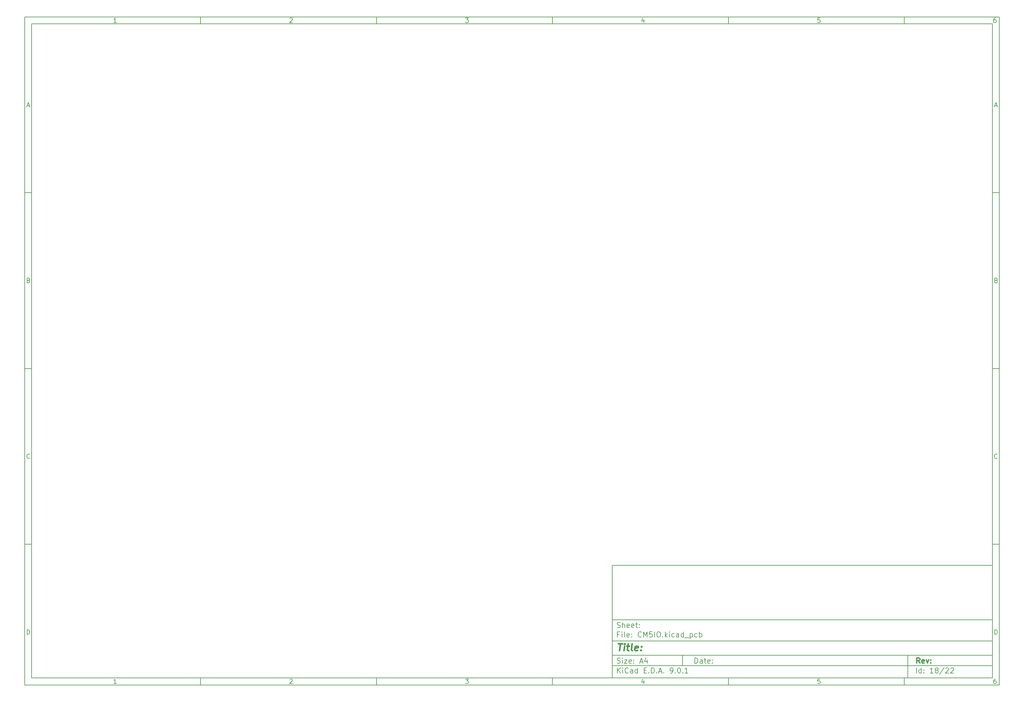
<source format=gbr>
G04 #@! TF.GenerationSoftware,KiCad,Pcbnew,9.0.1*
G04 #@! TF.CreationDate,2025-04-26T19:09:58-05:00*
G04 #@! TF.ProjectId,CM5IO,434d3549-4f2e-46b6-9963-61645f706362,rev?*
G04 #@! TF.SameCoordinates,Original*
G04 #@! TF.FileFunction,Other,User*
%FSLAX46Y46*%
G04 Gerber Fmt 4.6, Leading zero omitted, Abs format (unit mm)*
G04 Created by KiCad (PCBNEW 9.0.1) date 2025-04-26 19:09:58*
%MOMM*%
%LPD*%
G01*
G04 APERTURE LIST*
%ADD10C,0.100000*%
%ADD11C,0.150000*%
%ADD12C,0.300000*%
%ADD13C,0.400000*%
G04 APERTURE END LIST*
D10*
D11*
X177002200Y-166007200D02*
X285002200Y-166007200D01*
X285002200Y-198007200D01*
X177002200Y-198007200D01*
X177002200Y-166007200D01*
D10*
D11*
X10000000Y-10000000D02*
X287002200Y-10000000D01*
X287002200Y-200007200D01*
X10000000Y-200007200D01*
X10000000Y-10000000D01*
D10*
D11*
X12000000Y-12000000D02*
X285002200Y-12000000D01*
X285002200Y-198007200D01*
X12000000Y-198007200D01*
X12000000Y-12000000D01*
D10*
D11*
X60000000Y-12000000D02*
X60000000Y-10000000D01*
D10*
D11*
X110000000Y-12000000D02*
X110000000Y-10000000D01*
D10*
D11*
X160000000Y-12000000D02*
X160000000Y-10000000D01*
D10*
D11*
X210000000Y-12000000D02*
X210000000Y-10000000D01*
D10*
D11*
X260000000Y-12000000D02*
X260000000Y-10000000D01*
D10*
D11*
X36089160Y-11593604D02*
X35346303Y-11593604D01*
X35717731Y-11593604D02*
X35717731Y-10293604D01*
X35717731Y-10293604D02*
X35593922Y-10479319D01*
X35593922Y-10479319D02*
X35470112Y-10603128D01*
X35470112Y-10603128D02*
X35346303Y-10665033D01*
D10*
D11*
X85346303Y-10417414D02*
X85408207Y-10355509D01*
X85408207Y-10355509D02*
X85532017Y-10293604D01*
X85532017Y-10293604D02*
X85841541Y-10293604D01*
X85841541Y-10293604D02*
X85965350Y-10355509D01*
X85965350Y-10355509D02*
X86027255Y-10417414D01*
X86027255Y-10417414D02*
X86089160Y-10541223D01*
X86089160Y-10541223D02*
X86089160Y-10665033D01*
X86089160Y-10665033D02*
X86027255Y-10850747D01*
X86027255Y-10850747D02*
X85284398Y-11593604D01*
X85284398Y-11593604D02*
X86089160Y-11593604D01*
D10*
D11*
X135284398Y-10293604D02*
X136089160Y-10293604D01*
X136089160Y-10293604D02*
X135655826Y-10788842D01*
X135655826Y-10788842D02*
X135841541Y-10788842D01*
X135841541Y-10788842D02*
X135965350Y-10850747D01*
X135965350Y-10850747D02*
X136027255Y-10912652D01*
X136027255Y-10912652D02*
X136089160Y-11036461D01*
X136089160Y-11036461D02*
X136089160Y-11345985D01*
X136089160Y-11345985D02*
X136027255Y-11469795D01*
X136027255Y-11469795D02*
X135965350Y-11531700D01*
X135965350Y-11531700D02*
X135841541Y-11593604D01*
X135841541Y-11593604D02*
X135470112Y-11593604D01*
X135470112Y-11593604D02*
X135346303Y-11531700D01*
X135346303Y-11531700D02*
X135284398Y-11469795D01*
D10*
D11*
X185965350Y-10726938D02*
X185965350Y-11593604D01*
X185655826Y-10231700D02*
X185346303Y-11160271D01*
X185346303Y-11160271D02*
X186151064Y-11160271D01*
D10*
D11*
X236027255Y-10293604D02*
X235408207Y-10293604D01*
X235408207Y-10293604D02*
X235346303Y-10912652D01*
X235346303Y-10912652D02*
X235408207Y-10850747D01*
X235408207Y-10850747D02*
X235532017Y-10788842D01*
X235532017Y-10788842D02*
X235841541Y-10788842D01*
X235841541Y-10788842D02*
X235965350Y-10850747D01*
X235965350Y-10850747D02*
X236027255Y-10912652D01*
X236027255Y-10912652D02*
X236089160Y-11036461D01*
X236089160Y-11036461D02*
X236089160Y-11345985D01*
X236089160Y-11345985D02*
X236027255Y-11469795D01*
X236027255Y-11469795D02*
X235965350Y-11531700D01*
X235965350Y-11531700D02*
X235841541Y-11593604D01*
X235841541Y-11593604D02*
X235532017Y-11593604D01*
X235532017Y-11593604D02*
X235408207Y-11531700D01*
X235408207Y-11531700D02*
X235346303Y-11469795D01*
D10*
D11*
X285965350Y-10293604D02*
X285717731Y-10293604D01*
X285717731Y-10293604D02*
X285593922Y-10355509D01*
X285593922Y-10355509D02*
X285532017Y-10417414D01*
X285532017Y-10417414D02*
X285408207Y-10603128D01*
X285408207Y-10603128D02*
X285346303Y-10850747D01*
X285346303Y-10850747D02*
X285346303Y-11345985D01*
X285346303Y-11345985D02*
X285408207Y-11469795D01*
X285408207Y-11469795D02*
X285470112Y-11531700D01*
X285470112Y-11531700D02*
X285593922Y-11593604D01*
X285593922Y-11593604D02*
X285841541Y-11593604D01*
X285841541Y-11593604D02*
X285965350Y-11531700D01*
X285965350Y-11531700D02*
X286027255Y-11469795D01*
X286027255Y-11469795D02*
X286089160Y-11345985D01*
X286089160Y-11345985D02*
X286089160Y-11036461D01*
X286089160Y-11036461D02*
X286027255Y-10912652D01*
X286027255Y-10912652D02*
X285965350Y-10850747D01*
X285965350Y-10850747D02*
X285841541Y-10788842D01*
X285841541Y-10788842D02*
X285593922Y-10788842D01*
X285593922Y-10788842D02*
X285470112Y-10850747D01*
X285470112Y-10850747D02*
X285408207Y-10912652D01*
X285408207Y-10912652D02*
X285346303Y-11036461D01*
D10*
D11*
X60000000Y-198007200D02*
X60000000Y-200007200D01*
D10*
D11*
X110000000Y-198007200D02*
X110000000Y-200007200D01*
D10*
D11*
X160000000Y-198007200D02*
X160000000Y-200007200D01*
D10*
D11*
X210000000Y-198007200D02*
X210000000Y-200007200D01*
D10*
D11*
X260000000Y-198007200D02*
X260000000Y-200007200D01*
D10*
D11*
X36089160Y-199600804D02*
X35346303Y-199600804D01*
X35717731Y-199600804D02*
X35717731Y-198300804D01*
X35717731Y-198300804D02*
X35593922Y-198486519D01*
X35593922Y-198486519D02*
X35470112Y-198610328D01*
X35470112Y-198610328D02*
X35346303Y-198672233D01*
D10*
D11*
X85346303Y-198424614D02*
X85408207Y-198362709D01*
X85408207Y-198362709D02*
X85532017Y-198300804D01*
X85532017Y-198300804D02*
X85841541Y-198300804D01*
X85841541Y-198300804D02*
X85965350Y-198362709D01*
X85965350Y-198362709D02*
X86027255Y-198424614D01*
X86027255Y-198424614D02*
X86089160Y-198548423D01*
X86089160Y-198548423D02*
X86089160Y-198672233D01*
X86089160Y-198672233D02*
X86027255Y-198857947D01*
X86027255Y-198857947D02*
X85284398Y-199600804D01*
X85284398Y-199600804D02*
X86089160Y-199600804D01*
D10*
D11*
X135284398Y-198300804D02*
X136089160Y-198300804D01*
X136089160Y-198300804D02*
X135655826Y-198796042D01*
X135655826Y-198796042D02*
X135841541Y-198796042D01*
X135841541Y-198796042D02*
X135965350Y-198857947D01*
X135965350Y-198857947D02*
X136027255Y-198919852D01*
X136027255Y-198919852D02*
X136089160Y-199043661D01*
X136089160Y-199043661D02*
X136089160Y-199353185D01*
X136089160Y-199353185D02*
X136027255Y-199476995D01*
X136027255Y-199476995D02*
X135965350Y-199538900D01*
X135965350Y-199538900D02*
X135841541Y-199600804D01*
X135841541Y-199600804D02*
X135470112Y-199600804D01*
X135470112Y-199600804D02*
X135346303Y-199538900D01*
X135346303Y-199538900D02*
X135284398Y-199476995D01*
D10*
D11*
X185965350Y-198734138D02*
X185965350Y-199600804D01*
X185655826Y-198238900D02*
X185346303Y-199167471D01*
X185346303Y-199167471D02*
X186151064Y-199167471D01*
D10*
D11*
X236027255Y-198300804D02*
X235408207Y-198300804D01*
X235408207Y-198300804D02*
X235346303Y-198919852D01*
X235346303Y-198919852D02*
X235408207Y-198857947D01*
X235408207Y-198857947D02*
X235532017Y-198796042D01*
X235532017Y-198796042D02*
X235841541Y-198796042D01*
X235841541Y-198796042D02*
X235965350Y-198857947D01*
X235965350Y-198857947D02*
X236027255Y-198919852D01*
X236027255Y-198919852D02*
X236089160Y-199043661D01*
X236089160Y-199043661D02*
X236089160Y-199353185D01*
X236089160Y-199353185D02*
X236027255Y-199476995D01*
X236027255Y-199476995D02*
X235965350Y-199538900D01*
X235965350Y-199538900D02*
X235841541Y-199600804D01*
X235841541Y-199600804D02*
X235532017Y-199600804D01*
X235532017Y-199600804D02*
X235408207Y-199538900D01*
X235408207Y-199538900D02*
X235346303Y-199476995D01*
D10*
D11*
X285965350Y-198300804D02*
X285717731Y-198300804D01*
X285717731Y-198300804D02*
X285593922Y-198362709D01*
X285593922Y-198362709D02*
X285532017Y-198424614D01*
X285532017Y-198424614D02*
X285408207Y-198610328D01*
X285408207Y-198610328D02*
X285346303Y-198857947D01*
X285346303Y-198857947D02*
X285346303Y-199353185D01*
X285346303Y-199353185D02*
X285408207Y-199476995D01*
X285408207Y-199476995D02*
X285470112Y-199538900D01*
X285470112Y-199538900D02*
X285593922Y-199600804D01*
X285593922Y-199600804D02*
X285841541Y-199600804D01*
X285841541Y-199600804D02*
X285965350Y-199538900D01*
X285965350Y-199538900D02*
X286027255Y-199476995D01*
X286027255Y-199476995D02*
X286089160Y-199353185D01*
X286089160Y-199353185D02*
X286089160Y-199043661D01*
X286089160Y-199043661D02*
X286027255Y-198919852D01*
X286027255Y-198919852D02*
X285965350Y-198857947D01*
X285965350Y-198857947D02*
X285841541Y-198796042D01*
X285841541Y-198796042D02*
X285593922Y-198796042D01*
X285593922Y-198796042D02*
X285470112Y-198857947D01*
X285470112Y-198857947D02*
X285408207Y-198919852D01*
X285408207Y-198919852D02*
X285346303Y-199043661D01*
D10*
D11*
X10000000Y-60000000D02*
X12000000Y-60000000D01*
D10*
D11*
X10000000Y-110000000D02*
X12000000Y-110000000D01*
D10*
D11*
X10000000Y-160000000D02*
X12000000Y-160000000D01*
D10*
D11*
X10690476Y-35222176D02*
X11309523Y-35222176D01*
X10566666Y-35593604D02*
X10999999Y-34293604D01*
X10999999Y-34293604D02*
X11433333Y-35593604D01*
D10*
D11*
X11092857Y-84912652D02*
X11278571Y-84974557D01*
X11278571Y-84974557D02*
X11340476Y-85036461D01*
X11340476Y-85036461D02*
X11402380Y-85160271D01*
X11402380Y-85160271D02*
X11402380Y-85345985D01*
X11402380Y-85345985D02*
X11340476Y-85469795D01*
X11340476Y-85469795D02*
X11278571Y-85531700D01*
X11278571Y-85531700D02*
X11154761Y-85593604D01*
X11154761Y-85593604D02*
X10659523Y-85593604D01*
X10659523Y-85593604D02*
X10659523Y-84293604D01*
X10659523Y-84293604D02*
X11092857Y-84293604D01*
X11092857Y-84293604D02*
X11216666Y-84355509D01*
X11216666Y-84355509D02*
X11278571Y-84417414D01*
X11278571Y-84417414D02*
X11340476Y-84541223D01*
X11340476Y-84541223D02*
X11340476Y-84665033D01*
X11340476Y-84665033D02*
X11278571Y-84788842D01*
X11278571Y-84788842D02*
X11216666Y-84850747D01*
X11216666Y-84850747D02*
X11092857Y-84912652D01*
X11092857Y-84912652D02*
X10659523Y-84912652D01*
D10*
D11*
X11402380Y-135469795D02*
X11340476Y-135531700D01*
X11340476Y-135531700D02*
X11154761Y-135593604D01*
X11154761Y-135593604D02*
X11030952Y-135593604D01*
X11030952Y-135593604D02*
X10845238Y-135531700D01*
X10845238Y-135531700D02*
X10721428Y-135407890D01*
X10721428Y-135407890D02*
X10659523Y-135284080D01*
X10659523Y-135284080D02*
X10597619Y-135036461D01*
X10597619Y-135036461D02*
X10597619Y-134850747D01*
X10597619Y-134850747D02*
X10659523Y-134603128D01*
X10659523Y-134603128D02*
X10721428Y-134479319D01*
X10721428Y-134479319D02*
X10845238Y-134355509D01*
X10845238Y-134355509D02*
X11030952Y-134293604D01*
X11030952Y-134293604D02*
X11154761Y-134293604D01*
X11154761Y-134293604D02*
X11340476Y-134355509D01*
X11340476Y-134355509D02*
X11402380Y-134417414D01*
D10*
D11*
X10659523Y-185593604D02*
X10659523Y-184293604D01*
X10659523Y-184293604D02*
X10969047Y-184293604D01*
X10969047Y-184293604D02*
X11154761Y-184355509D01*
X11154761Y-184355509D02*
X11278571Y-184479319D01*
X11278571Y-184479319D02*
X11340476Y-184603128D01*
X11340476Y-184603128D02*
X11402380Y-184850747D01*
X11402380Y-184850747D02*
X11402380Y-185036461D01*
X11402380Y-185036461D02*
X11340476Y-185284080D01*
X11340476Y-185284080D02*
X11278571Y-185407890D01*
X11278571Y-185407890D02*
X11154761Y-185531700D01*
X11154761Y-185531700D02*
X10969047Y-185593604D01*
X10969047Y-185593604D02*
X10659523Y-185593604D01*
D10*
D11*
X287002200Y-60000000D02*
X285002200Y-60000000D01*
D10*
D11*
X287002200Y-110000000D02*
X285002200Y-110000000D01*
D10*
D11*
X287002200Y-160000000D02*
X285002200Y-160000000D01*
D10*
D11*
X285692676Y-35222176D02*
X286311723Y-35222176D01*
X285568866Y-35593604D02*
X286002199Y-34293604D01*
X286002199Y-34293604D02*
X286435533Y-35593604D01*
D10*
D11*
X286095057Y-84912652D02*
X286280771Y-84974557D01*
X286280771Y-84974557D02*
X286342676Y-85036461D01*
X286342676Y-85036461D02*
X286404580Y-85160271D01*
X286404580Y-85160271D02*
X286404580Y-85345985D01*
X286404580Y-85345985D02*
X286342676Y-85469795D01*
X286342676Y-85469795D02*
X286280771Y-85531700D01*
X286280771Y-85531700D02*
X286156961Y-85593604D01*
X286156961Y-85593604D02*
X285661723Y-85593604D01*
X285661723Y-85593604D02*
X285661723Y-84293604D01*
X285661723Y-84293604D02*
X286095057Y-84293604D01*
X286095057Y-84293604D02*
X286218866Y-84355509D01*
X286218866Y-84355509D02*
X286280771Y-84417414D01*
X286280771Y-84417414D02*
X286342676Y-84541223D01*
X286342676Y-84541223D02*
X286342676Y-84665033D01*
X286342676Y-84665033D02*
X286280771Y-84788842D01*
X286280771Y-84788842D02*
X286218866Y-84850747D01*
X286218866Y-84850747D02*
X286095057Y-84912652D01*
X286095057Y-84912652D02*
X285661723Y-84912652D01*
D10*
D11*
X286404580Y-135469795D02*
X286342676Y-135531700D01*
X286342676Y-135531700D02*
X286156961Y-135593604D01*
X286156961Y-135593604D02*
X286033152Y-135593604D01*
X286033152Y-135593604D02*
X285847438Y-135531700D01*
X285847438Y-135531700D02*
X285723628Y-135407890D01*
X285723628Y-135407890D02*
X285661723Y-135284080D01*
X285661723Y-135284080D02*
X285599819Y-135036461D01*
X285599819Y-135036461D02*
X285599819Y-134850747D01*
X285599819Y-134850747D02*
X285661723Y-134603128D01*
X285661723Y-134603128D02*
X285723628Y-134479319D01*
X285723628Y-134479319D02*
X285847438Y-134355509D01*
X285847438Y-134355509D02*
X286033152Y-134293604D01*
X286033152Y-134293604D02*
X286156961Y-134293604D01*
X286156961Y-134293604D02*
X286342676Y-134355509D01*
X286342676Y-134355509D02*
X286404580Y-134417414D01*
D10*
D11*
X285661723Y-185593604D02*
X285661723Y-184293604D01*
X285661723Y-184293604D02*
X285971247Y-184293604D01*
X285971247Y-184293604D02*
X286156961Y-184355509D01*
X286156961Y-184355509D02*
X286280771Y-184479319D01*
X286280771Y-184479319D02*
X286342676Y-184603128D01*
X286342676Y-184603128D02*
X286404580Y-184850747D01*
X286404580Y-184850747D02*
X286404580Y-185036461D01*
X286404580Y-185036461D02*
X286342676Y-185284080D01*
X286342676Y-185284080D02*
X286280771Y-185407890D01*
X286280771Y-185407890D02*
X286156961Y-185531700D01*
X286156961Y-185531700D02*
X285971247Y-185593604D01*
X285971247Y-185593604D02*
X285661723Y-185593604D01*
D10*
D11*
X200458026Y-193793328D02*
X200458026Y-192293328D01*
X200458026Y-192293328D02*
X200815169Y-192293328D01*
X200815169Y-192293328D02*
X201029455Y-192364757D01*
X201029455Y-192364757D02*
X201172312Y-192507614D01*
X201172312Y-192507614D02*
X201243741Y-192650471D01*
X201243741Y-192650471D02*
X201315169Y-192936185D01*
X201315169Y-192936185D02*
X201315169Y-193150471D01*
X201315169Y-193150471D02*
X201243741Y-193436185D01*
X201243741Y-193436185D02*
X201172312Y-193579042D01*
X201172312Y-193579042D02*
X201029455Y-193721900D01*
X201029455Y-193721900D02*
X200815169Y-193793328D01*
X200815169Y-193793328D02*
X200458026Y-193793328D01*
X202600884Y-193793328D02*
X202600884Y-193007614D01*
X202600884Y-193007614D02*
X202529455Y-192864757D01*
X202529455Y-192864757D02*
X202386598Y-192793328D01*
X202386598Y-192793328D02*
X202100884Y-192793328D01*
X202100884Y-192793328D02*
X201958026Y-192864757D01*
X202600884Y-193721900D02*
X202458026Y-193793328D01*
X202458026Y-193793328D02*
X202100884Y-193793328D01*
X202100884Y-193793328D02*
X201958026Y-193721900D01*
X201958026Y-193721900D02*
X201886598Y-193579042D01*
X201886598Y-193579042D02*
X201886598Y-193436185D01*
X201886598Y-193436185D02*
X201958026Y-193293328D01*
X201958026Y-193293328D02*
X202100884Y-193221900D01*
X202100884Y-193221900D02*
X202458026Y-193221900D01*
X202458026Y-193221900D02*
X202600884Y-193150471D01*
X203100884Y-192793328D02*
X203672312Y-192793328D01*
X203315169Y-192293328D02*
X203315169Y-193579042D01*
X203315169Y-193579042D02*
X203386598Y-193721900D01*
X203386598Y-193721900D02*
X203529455Y-193793328D01*
X203529455Y-193793328D02*
X203672312Y-193793328D01*
X204743741Y-193721900D02*
X204600884Y-193793328D01*
X204600884Y-193793328D02*
X204315170Y-193793328D01*
X204315170Y-193793328D02*
X204172312Y-193721900D01*
X204172312Y-193721900D02*
X204100884Y-193579042D01*
X204100884Y-193579042D02*
X204100884Y-193007614D01*
X204100884Y-193007614D02*
X204172312Y-192864757D01*
X204172312Y-192864757D02*
X204315170Y-192793328D01*
X204315170Y-192793328D02*
X204600884Y-192793328D01*
X204600884Y-192793328D02*
X204743741Y-192864757D01*
X204743741Y-192864757D02*
X204815170Y-193007614D01*
X204815170Y-193007614D02*
X204815170Y-193150471D01*
X204815170Y-193150471D02*
X204100884Y-193293328D01*
X205458026Y-193650471D02*
X205529455Y-193721900D01*
X205529455Y-193721900D02*
X205458026Y-193793328D01*
X205458026Y-193793328D02*
X205386598Y-193721900D01*
X205386598Y-193721900D02*
X205458026Y-193650471D01*
X205458026Y-193650471D02*
X205458026Y-193793328D01*
X205458026Y-192864757D02*
X205529455Y-192936185D01*
X205529455Y-192936185D02*
X205458026Y-193007614D01*
X205458026Y-193007614D02*
X205386598Y-192936185D01*
X205386598Y-192936185D02*
X205458026Y-192864757D01*
X205458026Y-192864757D02*
X205458026Y-193007614D01*
D10*
D11*
X177002200Y-194507200D02*
X285002200Y-194507200D01*
D10*
D11*
X178458026Y-196593328D02*
X178458026Y-195093328D01*
X179315169Y-196593328D02*
X178672312Y-195736185D01*
X179315169Y-195093328D02*
X178458026Y-195950471D01*
X179958026Y-196593328D02*
X179958026Y-195593328D01*
X179958026Y-195093328D02*
X179886598Y-195164757D01*
X179886598Y-195164757D02*
X179958026Y-195236185D01*
X179958026Y-195236185D02*
X180029455Y-195164757D01*
X180029455Y-195164757D02*
X179958026Y-195093328D01*
X179958026Y-195093328D02*
X179958026Y-195236185D01*
X181529455Y-196450471D02*
X181458027Y-196521900D01*
X181458027Y-196521900D02*
X181243741Y-196593328D01*
X181243741Y-196593328D02*
X181100884Y-196593328D01*
X181100884Y-196593328D02*
X180886598Y-196521900D01*
X180886598Y-196521900D02*
X180743741Y-196379042D01*
X180743741Y-196379042D02*
X180672312Y-196236185D01*
X180672312Y-196236185D02*
X180600884Y-195950471D01*
X180600884Y-195950471D02*
X180600884Y-195736185D01*
X180600884Y-195736185D02*
X180672312Y-195450471D01*
X180672312Y-195450471D02*
X180743741Y-195307614D01*
X180743741Y-195307614D02*
X180886598Y-195164757D01*
X180886598Y-195164757D02*
X181100884Y-195093328D01*
X181100884Y-195093328D02*
X181243741Y-195093328D01*
X181243741Y-195093328D02*
X181458027Y-195164757D01*
X181458027Y-195164757D02*
X181529455Y-195236185D01*
X182815170Y-196593328D02*
X182815170Y-195807614D01*
X182815170Y-195807614D02*
X182743741Y-195664757D01*
X182743741Y-195664757D02*
X182600884Y-195593328D01*
X182600884Y-195593328D02*
X182315170Y-195593328D01*
X182315170Y-195593328D02*
X182172312Y-195664757D01*
X182815170Y-196521900D02*
X182672312Y-196593328D01*
X182672312Y-196593328D02*
X182315170Y-196593328D01*
X182315170Y-196593328D02*
X182172312Y-196521900D01*
X182172312Y-196521900D02*
X182100884Y-196379042D01*
X182100884Y-196379042D02*
X182100884Y-196236185D01*
X182100884Y-196236185D02*
X182172312Y-196093328D01*
X182172312Y-196093328D02*
X182315170Y-196021900D01*
X182315170Y-196021900D02*
X182672312Y-196021900D01*
X182672312Y-196021900D02*
X182815170Y-195950471D01*
X184172313Y-196593328D02*
X184172313Y-195093328D01*
X184172313Y-196521900D02*
X184029455Y-196593328D01*
X184029455Y-196593328D02*
X183743741Y-196593328D01*
X183743741Y-196593328D02*
X183600884Y-196521900D01*
X183600884Y-196521900D02*
X183529455Y-196450471D01*
X183529455Y-196450471D02*
X183458027Y-196307614D01*
X183458027Y-196307614D02*
X183458027Y-195879042D01*
X183458027Y-195879042D02*
X183529455Y-195736185D01*
X183529455Y-195736185D02*
X183600884Y-195664757D01*
X183600884Y-195664757D02*
X183743741Y-195593328D01*
X183743741Y-195593328D02*
X184029455Y-195593328D01*
X184029455Y-195593328D02*
X184172313Y-195664757D01*
X186029455Y-195807614D02*
X186529455Y-195807614D01*
X186743741Y-196593328D02*
X186029455Y-196593328D01*
X186029455Y-196593328D02*
X186029455Y-195093328D01*
X186029455Y-195093328D02*
X186743741Y-195093328D01*
X187386598Y-196450471D02*
X187458027Y-196521900D01*
X187458027Y-196521900D02*
X187386598Y-196593328D01*
X187386598Y-196593328D02*
X187315170Y-196521900D01*
X187315170Y-196521900D02*
X187386598Y-196450471D01*
X187386598Y-196450471D02*
X187386598Y-196593328D01*
X188100884Y-196593328D02*
X188100884Y-195093328D01*
X188100884Y-195093328D02*
X188458027Y-195093328D01*
X188458027Y-195093328D02*
X188672313Y-195164757D01*
X188672313Y-195164757D02*
X188815170Y-195307614D01*
X188815170Y-195307614D02*
X188886599Y-195450471D01*
X188886599Y-195450471D02*
X188958027Y-195736185D01*
X188958027Y-195736185D02*
X188958027Y-195950471D01*
X188958027Y-195950471D02*
X188886599Y-196236185D01*
X188886599Y-196236185D02*
X188815170Y-196379042D01*
X188815170Y-196379042D02*
X188672313Y-196521900D01*
X188672313Y-196521900D02*
X188458027Y-196593328D01*
X188458027Y-196593328D02*
X188100884Y-196593328D01*
X189600884Y-196450471D02*
X189672313Y-196521900D01*
X189672313Y-196521900D02*
X189600884Y-196593328D01*
X189600884Y-196593328D02*
X189529456Y-196521900D01*
X189529456Y-196521900D02*
X189600884Y-196450471D01*
X189600884Y-196450471D02*
X189600884Y-196593328D01*
X190243742Y-196164757D02*
X190958028Y-196164757D01*
X190100885Y-196593328D02*
X190600885Y-195093328D01*
X190600885Y-195093328D02*
X191100885Y-196593328D01*
X191600884Y-196450471D02*
X191672313Y-196521900D01*
X191672313Y-196521900D02*
X191600884Y-196593328D01*
X191600884Y-196593328D02*
X191529456Y-196521900D01*
X191529456Y-196521900D02*
X191600884Y-196450471D01*
X191600884Y-196450471D02*
X191600884Y-196593328D01*
X193529456Y-196593328D02*
X193815170Y-196593328D01*
X193815170Y-196593328D02*
X193958027Y-196521900D01*
X193958027Y-196521900D02*
X194029456Y-196450471D01*
X194029456Y-196450471D02*
X194172313Y-196236185D01*
X194172313Y-196236185D02*
X194243742Y-195950471D01*
X194243742Y-195950471D02*
X194243742Y-195379042D01*
X194243742Y-195379042D02*
X194172313Y-195236185D01*
X194172313Y-195236185D02*
X194100885Y-195164757D01*
X194100885Y-195164757D02*
X193958027Y-195093328D01*
X193958027Y-195093328D02*
X193672313Y-195093328D01*
X193672313Y-195093328D02*
X193529456Y-195164757D01*
X193529456Y-195164757D02*
X193458027Y-195236185D01*
X193458027Y-195236185D02*
X193386599Y-195379042D01*
X193386599Y-195379042D02*
X193386599Y-195736185D01*
X193386599Y-195736185D02*
X193458027Y-195879042D01*
X193458027Y-195879042D02*
X193529456Y-195950471D01*
X193529456Y-195950471D02*
X193672313Y-196021900D01*
X193672313Y-196021900D02*
X193958027Y-196021900D01*
X193958027Y-196021900D02*
X194100885Y-195950471D01*
X194100885Y-195950471D02*
X194172313Y-195879042D01*
X194172313Y-195879042D02*
X194243742Y-195736185D01*
X194886598Y-196450471D02*
X194958027Y-196521900D01*
X194958027Y-196521900D02*
X194886598Y-196593328D01*
X194886598Y-196593328D02*
X194815170Y-196521900D01*
X194815170Y-196521900D02*
X194886598Y-196450471D01*
X194886598Y-196450471D02*
X194886598Y-196593328D01*
X195886599Y-195093328D02*
X196029456Y-195093328D01*
X196029456Y-195093328D02*
X196172313Y-195164757D01*
X196172313Y-195164757D02*
X196243742Y-195236185D01*
X196243742Y-195236185D02*
X196315170Y-195379042D01*
X196315170Y-195379042D02*
X196386599Y-195664757D01*
X196386599Y-195664757D02*
X196386599Y-196021900D01*
X196386599Y-196021900D02*
X196315170Y-196307614D01*
X196315170Y-196307614D02*
X196243742Y-196450471D01*
X196243742Y-196450471D02*
X196172313Y-196521900D01*
X196172313Y-196521900D02*
X196029456Y-196593328D01*
X196029456Y-196593328D02*
X195886599Y-196593328D01*
X195886599Y-196593328D02*
X195743742Y-196521900D01*
X195743742Y-196521900D02*
X195672313Y-196450471D01*
X195672313Y-196450471D02*
X195600884Y-196307614D01*
X195600884Y-196307614D02*
X195529456Y-196021900D01*
X195529456Y-196021900D02*
X195529456Y-195664757D01*
X195529456Y-195664757D02*
X195600884Y-195379042D01*
X195600884Y-195379042D02*
X195672313Y-195236185D01*
X195672313Y-195236185D02*
X195743742Y-195164757D01*
X195743742Y-195164757D02*
X195886599Y-195093328D01*
X197029455Y-196450471D02*
X197100884Y-196521900D01*
X197100884Y-196521900D02*
X197029455Y-196593328D01*
X197029455Y-196593328D02*
X196958027Y-196521900D01*
X196958027Y-196521900D02*
X197029455Y-196450471D01*
X197029455Y-196450471D02*
X197029455Y-196593328D01*
X198529456Y-196593328D02*
X197672313Y-196593328D01*
X198100884Y-196593328D02*
X198100884Y-195093328D01*
X198100884Y-195093328D02*
X197958027Y-195307614D01*
X197958027Y-195307614D02*
X197815170Y-195450471D01*
X197815170Y-195450471D02*
X197672313Y-195521900D01*
D10*
D11*
X177002200Y-191507200D02*
X285002200Y-191507200D01*
D10*
D12*
X264413853Y-193785528D02*
X263913853Y-193071242D01*
X263556710Y-193785528D02*
X263556710Y-192285528D01*
X263556710Y-192285528D02*
X264128139Y-192285528D01*
X264128139Y-192285528D02*
X264270996Y-192356957D01*
X264270996Y-192356957D02*
X264342425Y-192428385D01*
X264342425Y-192428385D02*
X264413853Y-192571242D01*
X264413853Y-192571242D02*
X264413853Y-192785528D01*
X264413853Y-192785528D02*
X264342425Y-192928385D01*
X264342425Y-192928385D02*
X264270996Y-192999814D01*
X264270996Y-192999814D02*
X264128139Y-193071242D01*
X264128139Y-193071242D02*
X263556710Y-193071242D01*
X265628139Y-193714100D02*
X265485282Y-193785528D01*
X265485282Y-193785528D02*
X265199568Y-193785528D01*
X265199568Y-193785528D02*
X265056710Y-193714100D01*
X265056710Y-193714100D02*
X264985282Y-193571242D01*
X264985282Y-193571242D02*
X264985282Y-192999814D01*
X264985282Y-192999814D02*
X265056710Y-192856957D01*
X265056710Y-192856957D02*
X265199568Y-192785528D01*
X265199568Y-192785528D02*
X265485282Y-192785528D01*
X265485282Y-192785528D02*
X265628139Y-192856957D01*
X265628139Y-192856957D02*
X265699568Y-192999814D01*
X265699568Y-192999814D02*
X265699568Y-193142671D01*
X265699568Y-193142671D02*
X264985282Y-193285528D01*
X266199567Y-192785528D02*
X266556710Y-193785528D01*
X266556710Y-193785528D02*
X266913853Y-192785528D01*
X267485281Y-193642671D02*
X267556710Y-193714100D01*
X267556710Y-193714100D02*
X267485281Y-193785528D01*
X267485281Y-193785528D02*
X267413853Y-193714100D01*
X267413853Y-193714100D02*
X267485281Y-193642671D01*
X267485281Y-193642671D02*
X267485281Y-193785528D01*
X267485281Y-192856957D02*
X267556710Y-192928385D01*
X267556710Y-192928385D02*
X267485281Y-192999814D01*
X267485281Y-192999814D02*
X267413853Y-192928385D01*
X267413853Y-192928385D02*
X267485281Y-192856957D01*
X267485281Y-192856957D02*
X267485281Y-192999814D01*
D10*
D11*
X178386598Y-193721900D02*
X178600884Y-193793328D01*
X178600884Y-193793328D02*
X178958026Y-193793328D01*
X178958026Y-193793328D02*
X179100884Y-193721900D01*
X179100884Y-193721900D02*
X179172312Y-193650471D01*
X179172312Y-193650471D02*
X179243741Y-193507614D01*
X179243741Y-193507614D02*
X179243741Y-193364757D01*
X179243741Y-193364757D02*
X179172312Y-193221900D01*
X179172312Y-193221900D02*
X179100884Y-193150471D01*
X179100884Y-193150471D02*
X178958026Y-193079042D01*
X178958026Y-193079042D02*
X178672312Y-193007614D01*
X178672312Y-193007614D02*
X178529455Y-192936185D01*
X178529455Y-192936185D02*
X178458026Y-192864757D01*
X178458026Y-192864757D02*
X178386598Y-192721900D01*
X178386598Y-192721900D02*
X178386598Y-192579042D01*
X178386598Y-192579042D02*
X178458026Y-192436185D01*
X178458026Y-192436185D02*
X178529455Y-192364757D01*
X178529455Y-192364757D02*
X178672312Y-192293328D01*
X178672312Y-192293328D02*
X179029455Y-192293328D01*
X179029455Y-192293328D02*
X179243741Y-192364757D01*
X179886597Y-193793328D02*
X179886597Y-192793328D01*
X179886597Y-192293328D02*
X179815169Y-192364757D01*
X179815169Y-192364757D02*
X179886597Y-192436185D01*
X179886597Y-192436185D02*
X179958026Y-192364757D01*
X179958026Y-192364757D02*
X179886597Y-192293328D01*
X179886597Y-192293328D02*
X179886597Y-192436185D01*
X180458026Y-192793328D02*
X181243741Y-192793328D01*
X181243741Y-192793328D02*
X180458026Y-193793328D01*
X180458026Y-193793328D02*
X181243741Y-193793328D01*
X182386598Y-193721900D02*
X182243741Y-193793328D01*
X182243741Y-193793328D02*
X181958027Y-193793328D01*
X181958027Y-193793328D02*
X181815169Y-193721900D01*
X181815169Y-193721900D02*
X181743741Y-193579042D01*
X181743741Y-193579042D02*
X181743741Y-193007614D01*
X181743741Y-193007614D02*
X181815169Y-192864757D01*
X181815169Y-192864757D02*
X181958027Y-192793328D01*
X181958027Y-192793328D02*
X182243741Y-192793328D01*
X182243741Y-192793328D02*
X182386598Y-192864757D01*
X182386598Y-192864757D02*
X182458027Y-193007614D01*
X182458027Y-193007614D02*
X182458027Y-193150471D01*
X182458027Y-193150471D02*
X181743741Y-193293328D01*
X183100883Y-193650471D02*
X183172312Y-193721900D01*
X183172312Y-193721900D02*
X183100883Y-193793328D01*
X183100883Y-193793328D02*
X183029455Y-193721900D01*
X183029455Y-193721900D02*
X183100883Y-193650471D01*
X183100883Y-193650471D02*
X183100883Y-193793328D01*
X183100883Y-192864757D02*
X183172312Y-192936185D01*
X183172312Y-192936185D02*
X183100883Y-193007614D01*
X183100883Y-193007614D02*
X183029455Y-192936185D01*
X183029455Y-192936185D02*
X183100883Y-192864757D01*
X183100883Y-192864757D02*
X183100883Y-193007614D01*
X184886598Y-193364757D02*
X185600884Y-193364757D01*
X184743741Y-193793328D02*
X185243741Y-192293328D01*
X185243741Y-192293328D02*
X185743741Y-193793328D01*
X186886598Y-192793328D02*
X186886598Y-193793328D01*
X186529455Y-192221900D02*
X186172312Y-193293328D01*
X186172312Y-193293328D02*
X187100883Y-193293328D01*
D10*
D11*
X263458026Y-196593328D02*
X263458026Y-195093328D01*
X264815170Y-196593328D02*
X264815170Y-195093328D01*
X264815170Y-196521900D02*
X264672312Y-196593328D01*
X264672312Y-196593328D02*
X264386598Y-196593328D01*
X264386598Y-196593328D02*
X264243741Y-196521900D01*
X264243741Y-196521900D02*
X264172312Y-196450471D01*
X264172312Y-196450471D02*
X264100884Y-196307614D01*
X264100884Y-196307614D02*
X264100884Y-195879042D01*
X264100884Y-195879042D02*
X264172312Y-195736185D01*
X264172312Y-195736185D02*
X264243741Y-195664757D01*
X264243741Y-195664757D02*
X264386598Y-195593328D01*
X264386598Y-195593328D02*
X264672312Y-195593328D01*
X264672312Y-195593328D02*
X264815170Y-195664757D01*
X265529455Y-196450471D02*
X265600884Y-196521900D01*
X265600884Y-196521900D02*
X265529455Y-196593328D01*
X265529455Y-196593328D02*
X265458027Y-196521900D01*
X265458027Y-196521900D02*
X265529455Y-196450471D01*
X265529455Y-196450471D02*
X265529455Y-196593328D01*
X265529455Y-195664757D02*
X265600884Y-195736185D01*
X265600884Y-195736185D02*
X265529455Y-195807614D01*
X265529455Y-195807614D02*
X265458027Y-195736185D01*
X265458027Y-195736185D02*
X265529455Y-195664757D01*
X265529455Y-195664757D02*
X265529455Y-195807614D01*
X268172313Y-196593328D02*
X267315170Y-196593328D01*
X267743741Y-196593328D02*
X267743741Y-195093328D01*
X267743741Y-195093328D02*
X267600884Y-195307614D01*
X267600884Y-195307614D02*
X267458027Y-195450471D01*
X267458027Y-195450471D02*
X267315170Y-195521900D01*
X269029455Y-195736185D02*
X268886598Y-195664757D01*
X268886598Y-195664757D02*
X268815169Y-195593328D01*
X268815169Y-195593328D02*
X268743741Y-195450471D01*
X268743741Y-195450471D02*
X268743741Y-195379042D01*
X268743741Y-195379042D02*
X268815169Y-195236185D01*
X268815169Y-195236185D02*
X268886598Y-195164757D01*
X268886598Y-195164757D02*
X269029455Y-195093328D01*
X269029455Y-195093328D02*
X269315169Y-195093328D01*
X269315169Y-195093328D02*
X269458027Y-195164757D01*
X269458027Y-195164757D02*
X269529455Y-195236185D01*
X269529455Y-195236185D02*
X269600884Y-195379042D01*
X269600884Y-195379042D02*
X269600884Y-195450471D01*
X269600884Y-195450471D02*
X269529455Y-195593328D01*
X269529455Y-195593328D02*
X269458027Y-195664757D01*
X269458027Y-195664757D02*
X269315169Y-195736185D01*
X269315169Y-195736185D02*
X269029455Y-195736185D01*
X269029455Y-195736185D02*
X268886598Y-195807614D01*
X268886598Y-195807614D02*
X268815169Y-195879042D01*
X268815169Y-195879042D02*
X268743741Y-196021900D01*
X268743741Y-196021900D02*
X268743741Y-196307614D01*
X268743741Y-196307614D02*
X268815169Y-196450471D01*
X268815169Y-196450471D02*
X268886598Y-196521900D01*
X268886598Y-196521900D02*
X269029455Y-196593328D01*
X269029455Y-196593328D02*
X269315169Y-196593328D01*
X269315169Y-196593328D02*
X269458027Y-196521900D01*
X269458027Y-196521900D02*
X269529455Y-196450471D01*
X269529455Y-196450471D02*
X269600884Y-196307614D01*
X269600884Y-196307614D02*
X269600884Y-196021900D01*
X269600884Y-196021900D02*
X269529455Y-195879042D01*
X269529455Y-195879042D02*
X269458027Y-195807614D01*
X269458027Y-195807614D02*
X269315169Y-195736185D01*
X271315169Y-195021900D02*
X270029455Y-196950471D01*
X271743741Y-195236185D02*
X271815169Y-195164757D01*
X271815169Y-195164757D02*
X271958027Y-195093328D01*
X271958027Y-195093328D02*
X272315169Y-195093328D01*
X272315169Y-195093328D02*
X272458027Y-195164757D01*
X272458027Y-195164757D02*
X272529455Y-195236185D01*
X272529455Y-195236185D02*
X272600884Y-195379042D01*
X272600884Y-195379042D02*
X272600884Y-195521900D01*
X272600884Y-195521900D02*
X272529455Y-195736185D01*
X272529455Y-195736185D02*
X271672312Y-196593328D01*
X271672312Y-196593328D02*
X272600884Y-196593328D01*
X273172312Y-195236185D02*
X273243740Y-195164757D01*
X273243740Y-195164757D02*
X273386598Y-195093328D01*
X273386598Y-195093328D02*
X273743740Y-195093328D01*
X273743740Y-195093328D02*
X273886598Y-195164757D01*
X273886598Y-195164757D02*
X273958026Y-195236185D01*
X273958026Y-195236185D02*
X274029455Y-195379042D01*
X274029455Y-195379042D02*
X274029455Y-195521900D01*
X274029455Y-195521900D02*
X273958026Y-195736185D01*
X273958026Y-195736185D02*
X273100883Y-196593328D01*
X273100883Y-196593328D02*
X274029455Y-196593328D01*
D10*
D11*
X177002200Y-187507200D02*
X285002200Y-187507200D01*
D10*
D13*
X178693928Y-188211638D02*
X179836785Y-188211638D01*
X179015357Y-190211638D02*
X179265357Y-188211638D01*
X180253452Y-190211638D02*
X180420119Y-188878304D01*
X180503452Y-188211638D02*
X180396309Y-188306876D01*
X180396309Y-188306876D02*
X180479643Y-188402114D01*
X180479643Y-188402114D02*
X180586786Y-188306876D01*
X180586786Y-188306876D02*
X180503452Y-188211638D01*
X180503452Y-188211638D02*
X180479643Y-188402114D01*
X181086786Y-188878304D02*
X181848690Y-188878304D01*
X181455833Y-188211638D02*
X181241548Y-189925923D01*
X181241548Y-189925923D02*
X181312976Y-190116400D01*
X181312976Y-190116400D02*
X181491548Y-190211638D01*
X181491548Y-190211638D02*
X181682024Y-190211638D01*
X182634405Y-190211638D02*
X182455833Y-190116400D01*
X182455833Y-190116400D02*
X182384405Y-189925923D01*
X182384405Y-189925923D02*
X182598690Y-188211638D01*
X184170119Y-190116400D02*
X183967738Y-190211638D01*
X183967738Y-190211638D02*
X183586785Y-190211638D01*
X183586785Y-190211638D02*
X183408214Y-190116400D01*
X183408214Y-190116400D02*
X183336785Y-189925923D01*
X183336785Y-189925923D02*
X183432024Y-189164019D01*
X183432024Y-189164019D02*
X183551071Y-188973542D01*
X183551071Y-188973542D02*
X183753452Y-188878304D01*
X183753452Y-188878304D02*
X184134404Y-188878304D01*
X184134404Y-188878304D02*
X184312976Y-188973542D01*
X184312976Y-188973542D02*
X184384404Y-189164019D01*
X184384404Y-189164019D02*
X184360595Y-189354495D01*
X184360595Y-189354495D02*
X183384404Y-189544971D01*
X185134405Y-190021161D02*
X185217738Y-190116400D01*
X185217738Y-190116400D02*
X185110595Y-190211638D01*
X185110595Y-190211638D02*
X185027262Y-190116400D01*
X185027262Y-190116400D02*
X185134405Y-190021161D01*
X185134405Y-190021161D02*
X185110595Y-190211638D01*
X185265357Y-188973542D02*
X185348690Y-189068780D01*
X185348690Y-189068780D02*
X185241548Y-189164019D01*
X185241548Y-189164019D02*
X185158214Y-189068780D01*
X185158214Y-189068780D02*
X185265357Y-188973542D01*
X185265357Y-188973542D02*
X185241548Y-189164019D01*
D10*
D11*
X178958026Y-185607614D02*
X178458026Y-185607614D01*
X178458026Y-186393328D02*
X178458026Y-184893328D01*
X178458026Y-184893328D02*
X179172312Y-184893328D01*
X179743740Y-186393328D02*
X179743740Y-185393328D01*
X179743740Y-184893328D02*
X179672312Y-184964757D01*
X179672312Y-184964757D02*
X179743740Y-185036185D01*
X179743740Y-185036185D02*
X179815169Y-184964757D01*
X179815169Y-184964757D02*
X179743740Y-184893328D01*
X179743740Y-184893328D02*
X179743740Y-185036185D01*
X180672312Y-186393328D02*
X180529455Y-186321900D01*
X180529455Y-186321900D02*
X180458026Y-186179042D01*
X180458026Y-186179042D02*
X180458026Y-184893328D01*
X181815169Y-186321900D02*
X181672312Y-186393328D01*
X181672312Y-186393328D02*
X181386598Y-186393328D01*
X181386598Y-186393328D02*
X181243740Y-186321900D01*
X181243740Y-186321900D02*
X181172312Y-186179042D01*
X181172312Y-186179042D02*
X181172312Y-185607614D01*
X181172312Y-185607614D02*
X181243740Y-185464757D01*
X181243740Y-185464757D02*
X181386598Y-185393328D01*
X181386598Y-185393328D02*
X181672312Y-185393328D01*
X181672312Y-185393328D02*
X181815169Y-185464757D01*
X181815169Y-185464757D02*
X181886598Y-185607614D01*
X181886598Y-185607614D02*
X181886598Y-185750471D01*
X181886598Y-185750471D02*
X181172312Y-185893328D01*
X182529454Y-186250471D02*
X182600883Y-186321900D01*
X182600883Y-186321900D02*
X182529454Y-186393328D01*
X182529454Y-186393328D02*
X182458026Y-186321900D01*
X182458026Y-186321900D02*
X182529454Y-186250471D01*
X182529454Y-186250471D02*
X182529454Y-186393328D01*
X182529454Y-185464757D02*
X182600883Y-185536185D01*
X182600883Y-185536185D02*
X182529454Y-185607614D01*
X182529454Y-185607614D02*
X182458026Y-185536185D01*
X182458026Y-185536185D02*
X182529454Y-185464757D01*
X182529454Y-185464757D02*
X182529454Y-185607614D01*
X185243740Y-186250471D02*
X185172312Y-186321900D01*
X185172312Y-186321900D02*
X184958026Y-186393328D01*
X184958026Y-186393328D02*
X184815169Y-186393328D01*
X184815169Y-186393328D02*
X184600883Y-186321900D01*
X184600883Y-186321900D02*
X184458026Y-186179042D01*
X184458026Y-186179042D02*
X184386597Y-186036185D01*
X184386597Y-186036185D02*
X184315169Y-185750471D01*
X184315169Y-185750471D02*
X184315169Y-185536185D01*
X184315169Y-185536185D02*
X184386597Y-185250471D01*
X184386597Y-185250471D02*
X184458026Y-185107614D01*
X184458026Y-185107614D02*
X184600883Y-184964757D01*
X184600883Y-184964757D02*
X184815169Y-184893328D01*
X184815169Y-184893328D02*
X184958026Y-184893328D01*
X184958026Y-184893328D02*
X185172312Y-184964757D01*
X185172312Y-184964757D02*
X185243740Y-185036185D01*
X185886597Y-186393328D02*
X185886597Y-184893328D01*
X185886597Y-184893328D02*
X186386597Y-185964757D01*
X186386597Y-185964757D02*
X186886597Y-184893328D01*
X186886597Y-184893328D02*
X186886597Y-186393328D01*
X188315169Y-184893328D02*
X187600883Y-184893328D01*
X187600883Y-184893328D02*
X187529455Y-185607614D01*
X187529455Y-185607614D02*
X187600883Y-185536185D01*
X187600883Y-185536185D02*
X187743741Y-185464757D01*
X187743741Y-185464757D02*
X188100883Y-185464757D01*
X188100883Y-185464757D02*
X188243741Y-185536185D01*
X188243741Y-185536185D02*
X188315169Y-185607614D01*
X188315169Y-185607614D02*
X188386598Y-185750471D01*
X188386598Y-185750471D02*
X188386598Y-186107614D01*
X188386598Y-186107614D02*
X188315169Y-186250471D01*
X188315169Y-186250471D02*
X188243741Y-186321900D01*
X188243741Y-186321900D02*
X188100883Y-186393328D01*
X188100883Y-186393328D02*
X187743741Y-186393328D01*
X187743741Y-186393328D02*
X187600883Y-186321900D01*
X187600883Y-186321900D02*
X187529455Y-186250471D01*
X189029454Y-186393328D02*
X189029454Y-184893328D01*
X190029455Y-184893328D02*
X190315169Y-184893328D01*
X190315169Y-184893328D02*
X190458026Y-184964757D01*
X190458026Y-184964757D02*
X190600883Y-185107614D01*
X190600883Y-185107614D02*
X190672312Y-185393328D01*
X190672312Y-185393328D02*
X190672312Y-185893328D01*
X190672312Y-185893328D02*
X190600883Y-186179042D01*
X190600883Y-186179042D02*
X190458026Y-186321900D01*
X190458026Y-186321900D02*
X190315169Y-186393328D01*
X190315169Y-186393328D02*
X190029455Y-186393328D01*
X190029455Y-186393328D02*
X189886598Y-186321900D01*
X189886598Y-186321900D02*
X189743740Y-186179042D01*
X189743740Y-186179042D02*
X189672312Y-185893328D01*
X189672312Y-185893328D02*
X189672312Y-185393328D01*
X189672312Y-185393328D02*
X189743740Y-185107614D01*
X189743740Y-185107614D02*
X189886598Y-184964757D01*
X189886598Y-184964757D02*
X190029455Y-184893328D01*
X191315169Y-186250471D02*
X191386598Y-186321900D01*
X191386598Y-186321900D02*
X191315169Y-186393328D01*
X191315169Y-186393328D02*
X191243741Y-186321900D01*
X191243741Y-186321900D02*
X191315169Y-186250471D01*
X191315169Y-186250471D02*
X191315169Y-186393328D01*
X192029455Y-186393328D02*
X192029455Y-184893328D01*
X192172313Y-185821900D02*
X192600884Y-186393328D01*
X192600884Y-185393328D02*
X192029455Y-185964757D01*
X193243741Y-186393328D02*
X193243741Y-185393328D01*
X193243741Y-184893328D02*
X193172313Y-184964757D01*
X193172313Y-184964757D02*
X193243741Y-185036185D01*
X193243741Y-185036185D02*
X193315170Y-184964757D01*
X193315170Y-184964757D02*
X193243741Y-184893328D01*
X193243741Y-184893328D02*
X193243741Y-185036185D01*
X194600885Y-186321900D02*
X194458027Y-186393328D01*
X194458027Y-186393328D02*
X194172313Y-186393328D01*
X194172313Y-186393328D02*
X194029456Y-186321900D01*
X194029456Y-186321900D02*
X193958027Y-186250471D01*
X193958027Y-186250471D02*
X193886599Y-186107614D01*
X193886599Y-186107614D02*
X193886599Y-185679042D01*
X193886599Y-185679042D02*
X193958027Y-185536185D01*
X193958027Y-185536185D02*
X194029456Y-185464757D01*
X194029456Y-185464757D02*
X194172313Y-185393328D01*
X194172313Y-185393328D02*
X194458027Y-185393328D01*
X194458027Y-185393328D02*
X194600885Y-185464757D01*
X195886599Y-186393328D02*
X195886599Y-185607614D01*
X195886599Y-185607614D02*
X195815170Y-185464757D01*
X195815170Y-185464757D02*
X195672313Y-185393328D01*
X195672313Y-185393328D02*
X195386599Y-185393328D01*
X195386599Y-185393328D02*
X195243741Y-185464757D01*
X195886599Y-186321900D02*
X195743741Y-186393328D01*
X195743741Y-186393328D02*
X195386599Y-186393328D01*
X195386599Y-186393328D02*
X195243741Y-186321900D01*
X195243741Y-186321900D02*
X195172313Y-186179042D01*
X195172313Y-186179042D02*
X195172313Y-186036185D01*
X195172313Y-186036185D02*
X195243741Y-185893328D01*
X195243741Y-185893328D02*
X195386599Y-185821900D01*
X195386599Y-185821900D02*
X195743741Y-185821900D01*
X195743741Y-185821900D02*
X195886599Y-185750471D01*
X197243742Y-186393328D02*
X197243742Y-184893328D01*
X197243742Y-186321900D02*
X197100884Y-186393328D01*
X197100884Y-186393328D02*
X196815170Y-186393328D01*
X196815170Y-186393328D02*
X196672313Y-186321900D01*
X196672313Y-186321900D02*
X196600884Y-186250471D01*
X196600884Y-186250471D02*
X196529456Y-186107614D01*
X196529456Y-186107614D02*
X196529456Y-185679042D01*
X196529456Y-185679042D02*
X196600884Y-185536185D01*
X196600884Y-185536185D02*
X196672313Y-185464757D01*
X196672313Y-185464757D02*
X196815170Y-185393328D01*
X196815170Y-185393328D02*
X197100884Y-185393328D01*
X197100884Y-185393328D02*
X197243742Y-185464757D01*
X197600885Y-186536185D02*
X198743742Y-186536185D01*
X199100884Y-185393328D02*
X199100884Y-186893328D01*
X199100884Y-185464757D02*
X199243742Y-185393328D01*
X199243742Y-185393328D02*
X199529456Y-185393328D01*
X199529456Y-185393328D02*
X199672313Y-185464757D01*
X199672313Y-185464757D02*
X199743742Y-185536185D01*
X199743742Y-185536185D02*
X199815170Y-185679042D01*
X199815170Y-185679042D02*
X199815170Y-186107614D01*
X199815170Y-186107614D02*
X199743742Y-186250471D01*
X199743742Y-186250471D02*
X199672313Y-186321900D01*
X199672313Y-186321900D02*
X199529456Y-186393328D01*
X199529456Y-186393328D02*
X199243742Y-186393328D01*
X199243742Y-186393328D02*
X199100884Y-186321900D01*
X201100885Y-186321900D02*
X200958027Y-186393328D01*
X200958027Y-186393328D02*
X200672313Y-186393328D01*
X200672313Y-186393328D02*
X200529456Y-186321900D01*
X200529456Y-186321900D02*
X200458027Y-186250471D01*
X200458027Y-186250471D02*
X200386599Y-186107614D01*
X200386599Y-186107614D02*
X200386599Y-185679042D01*
X200386599Y-185679042D02*
X200458027Y-185536185D01*
X200458027Y-185536185D02*
X200529456Y-185464757D01*
X200529456Y-185464757D02*
X200672313Y-185393328D01*
X200672313Y-185393328D02*
X200958027Y-185393328D01*
X200958027Y-185393328D02*
X201100885Y-185464757D01*
X201743741Y-186393328D02*
X201743741Y-184893328D01*
X201743741Y-185464757D02*
X201886599Y-185393328D01*
X201886599Y-185393328D02*
X202172313Y-185393328D01*
X202172313Y-185393328D02*
X202315170Y-185464757D01*
X202315170Y-185464757D02*
X202386599Y-185536185D01*
X202386599Y-185536185D02*
X202458027Y-185679042D01*
X202458027Y-185679042D02*
X202458027Y-186107614D01*
X202458027Y-186107614D02*
X202386599Y-186250471D01*
X202386599Y-186250471D02*
X202315170Y-186321900D01*
X202315170Y-186321900D02*
X202172313Y-186393328D01*
X202172313Y-186393328D02*
X201886599Y-186393328D01*
X201886599Y-186393328D02*
X201743741Y-186321900D01*
D10*
D11*
X177002200Y-181507200D02*
X285002200Y-181507200D01*
D10*
D11*
X178386598Y-183621900D02*
X178600884Y-183693328D01*
X178600884Y-183693328D02*
X178958026Y-183693328D01*
X178958026Y-183693328D02*
X179100884Y-183621900D01*
X179100884Y-183621900D02*
X179172312Y-183550471D01*
X179172312Y-183550471D02*
X179243741Y-183407614D01*
X179243741Y-183407614D02*
X179243741Y-183264757D01*
X179243741Y-183264757D02*
X179172312Y-183121900D01*
X179172312Y-183121900D02*
X179100884Y-183050471D01*
X179100884Y-183050471D02*
X178958026Y-182979042D01*
X178958026Y-182979042D02*
X178672312Y-182907614D01*
X178672312Y-182907614D02*
X178529455Y-182836185D01*
X178529455Y-182836185D02*
X178458026Y-182764757D01*
X178458026Y-182764757D02*
X178386598Y-182621900D01*
X178386598Y-182621900D02*
X178386598Y-182479042D01*
X178386598Y-182479042D02*
X178458026Y-182336185D01*
X178458026Y-182336185D02*
X178529455Y-182264757D01*
X178529455Y-182264757D02*
X178672312Y-182193328D01*
X178672312Y-182193328D02*
X179029455Y-182193328D01*
X179029455Y-182193328D02*
X179243741Y-182264757D01*
X179886597Y-183693328D02*
X179886597Y-182193328D01*
X180529455Y-183693328D02*
X180529455Y-182907614D01*
X180529455Y-182907614D02*
X180458026Y-182764757D01*
X180458026Y-182764757D02*
X180315169Y-182693328D01*
X180315169Y-182693328D02*
X180100883Y-182693328D01*
X180100883Y-182693328D02*
X179958026Y-182764757D01*
X179958026Y-182764757D02*
X179886597Y-182836185D01*
X181815169Y-183621900D02*
X181672312Y-183693328D01*
X181672312Y-183693328D02*
X181386598Y-183693328D01*
X181386598Y-183693328D02*
X181243740Y-183621900D01*
X181243740Y-183621900D02*
X181172312Y-183479042D01*
X181172312Y-183479042D02*
X181172312Y-182907614D01*
X181172312Y-182907614D02*
X181243740Y-182764757D01*
X181243740Y-182764757D02*
X181386598Y-182693328D01*
X181386598Y-182693328D02*
X181672312Y-182693328D01*
X181672312Y-182693328D02*
X181815169Y-182764757D01*
X181815169Y-182764757D02*
X181886598Y-182907614D01*
X181886598Y-182907614D02*
X181886598Y-183050471D01*
X181886598Y-183050471D02*
X181172312Y-183193328D01*
X183100883Y-183621900D02*
X182958026Y-183693328D01*
X182958026Y-183693328D02*
X182672312Y-183693328D01*
X182672312Y-183693328D02*
X182529454Y-183621900D01*
X182529454Y-183621900D02*
X182458026Y-183479042D01*
X182458026Y-183479042D02*
X182458026Y-182907614D01*
X182458026Y-182907614D02*
X182529454Y-182764757D01*
X182529454Y-182764757D02*
X182672312Y-182693328D01*
X182672312Y-182693328D02*
X182958026Y-182693328D01*
X182958026Y-182693328D02*
X183100883Y-182764757D01*
X183100883Y-182764757D02*
X183172312Y-182907614D01*
X183172312Y-182907614D02*
X183172312Y-183050471D01*
X183172312Y-183050471D02*
X182458026Y-183193328D01*
X183600883Y-182693328D02*
X184172311Y-182693328D01*
X183815168Y-182193328D02*
X183815168Y-183479042D01*
X183815168Y-183479042D02*
X183886597Y-183621900D01*
X183886597Y-183621900D02*
X184029454Y-183693328D01*
X184029454Y-183693328D02*
X184172311Y-183693328D01*
X184672311Y-183550471D02*
X184743740Y-183621900D01*
X184743740Y-183621900D02*
X184672311Y-183693328D01*
X184672311Y-183693328D02*
X184600883Y-183621900D01*
X184600883Y-183621900D02*
X184672311Y-183550471D01*
X184672311Y-183550471D02*
X184672311Y-183693328D01*
X184672311Y-182764757D02*
X184743740Y-182836185D01*
X184743740Y-182836185D02*
X184672311Y-182907614D01*
X184672311Y-182907614D02*
X184600883Y-182836185D01*
X184600883Y-182836185D02*
X184672311Y-182764757D01*
X184672311Y-182764757D02*
X184672311Y-182907614D01*
D10*
D11*
X197002200Y-191507200D02*
X197002200Y-194507200D01*
D10*
D11*
X261002200Y-191507200D02*
X261002200Y-198007200D01*
M02*

</source>
